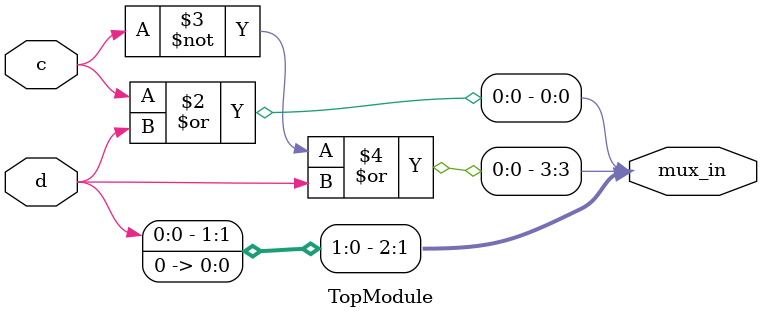
<source format=sv>

module TopModule (
  input c,
  input d,
  output [3:0] mux_in
);
always @(*) begin
    mux_in[0] = c | d;
    mux_in[1] = 1'b0;
    mux_in[2] = d;
    mux_in[3] = ~c | d;
end
endmodule

</source>
